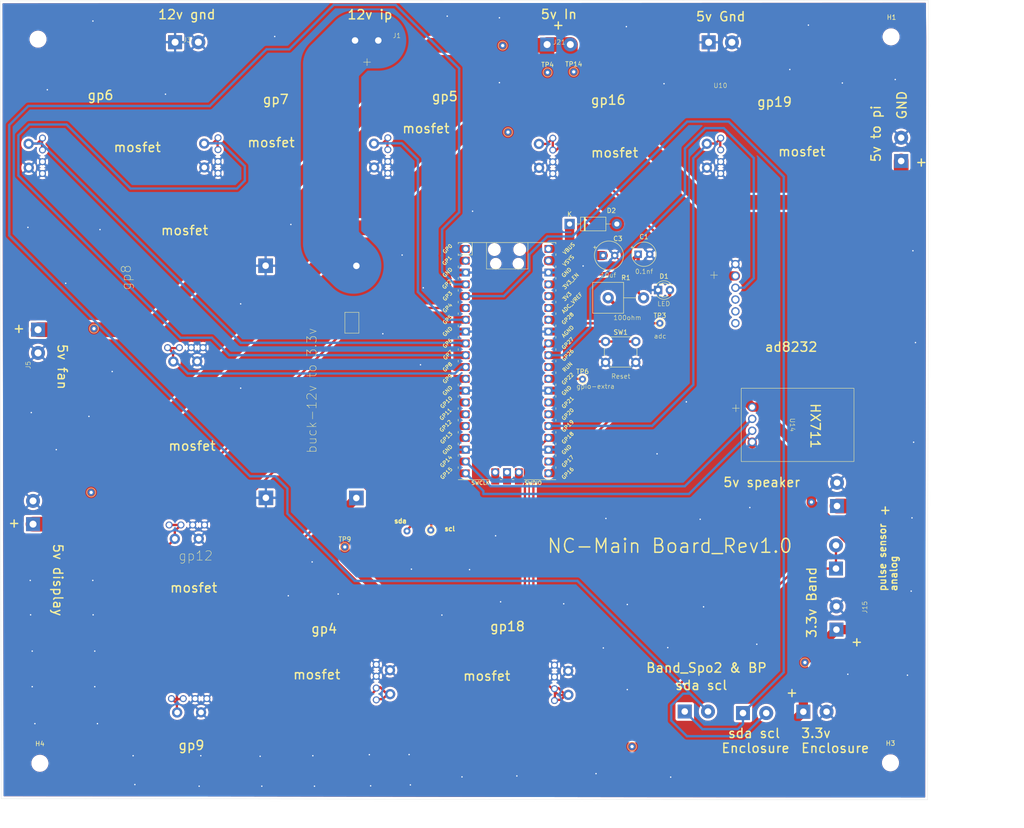
<source format=kicad_pcb>
(kicad_pcb (version 20221018) (generator pcbnew)
  (layers (0 "F.Cu" signal) (31 "B.Cu" signal) (34 "B.Paste" user) (35 "F.Paste" user) (36 "B.SilkS" user "B.Silkscreen") (37 "F.SilkS" user "F.Silkscreen") (38 "B.Mask" user) (39 "F.Mask" user) (44 "Edge.Cuts" user))
  (net 0 "")
  (net 1 "Net-(U3-3V3)")
  (net 2 "Net-(D1-A)")
  (net 3 "5v")
  (net 4 "12v")
  (net 5 "Net-(U3-RUN)")
  (net 8 "GND")
  (net 9 "sda")
  (net 10 "scl")
  (net 11 "Net-(U3-GPIO4)")
  (net 12 "Net-(U3-GPIO5)")
  (net 13 "Net-(U3-GPIO6)")
  (net 14 "Net-(U3-GPIO7)")
  (net 15 "Net-(U3-GPIO8)")
  (net 16 "Net-(U3-GPIO10)")
  (net 17 "Net-(U3-GPIO11)")
  (net 19 "Net-(U3-GPIO16)")
  (net 21 "Net-(U3-GPIO28_ADC2)")
  (net 22 "5v_mosfet")
  (net 25 "Net-(U10-output)")
  (net 26 "12v_mosfet")
  (net 33 "3v3")
  (net 34 "Net-(J17-Pin_1)")
  (net 35 "Net-(U12-signal)")
  (net 36 "Net-(U11-signal)")
  (net 37 "sck")
  (net 38 "dt")
  (net 39 "Net-(U3-GPIO22)")
  (net 40 "Net-(D2-K)")
  (footprint "Button_Switch_THT:SW_PUSH_6mm_H5mm" (layer "F.Cu") (at 157.825 86.8)
    (fp_text reference "SW1")
    (fp_text value "SW_Push")
  )
  (footprint "TestPoint:TestPoint_THTPad_D1.5mm_Drill0.7mm" (layer "F.Cu") (at 135.7 23.15)
    (fp_text reference "TP13" hide)
    (fp_text value "sda")
  )
  (footprint "screw_terminal:screw_terminal" (layer "F.Cu") (at 177.455 166.36)
    (fp_text reference "J15")
    (fp_text value "Screw_Terminal_01x02")
  )
  (footprint "TestPoint:TestPoint_THTPad_D1.5mm_Drill0.7mm" (layer "F.Cu") (at 150.975 28.8)
    (fp_text reference "TP14")
    (fp_text value "sda" hide)
  )
  (footprint "screw_terminal:screw_terminal" (layer "F.Cu") (at 182.6 22.45)
    (fp_text reference "J22" hide)
    (fp_text value "Screw_Terminal_01x02")
  )
  (footprint "TestPoint:TestPoint_THTPad_D1.5mm_Drill0.7mm" (layer "F.Cu") (at 136.85 41.775)
    (fp_text reference "TP7" hide)
    (fp_text value "sda")
  )
  (footprint "MountingHole:MountingHole_3.2mm_M3" (layer "F.Cu") (at 35.775 21.525)
    (fp_text reference "H2" hide)
    (fp_text value "MountingHole")
  )
  (footprint "" (layer "F.Cu") (at 115.13 127.55)
    (fp_text reference "")
    (fp_text value "")
  )
  (footprint "MCU_RaspberryPi_and_Boards:RPi_Pico_SMD_TH" (layer "F.Cu") (at 136.694 93.54)
    (fp_text reference "U3" hide)
    (fp_text value "Pico" hide)
  )
  (footprint "Diode_THT:D_DO-41_SOD81_P10.16mm_Horizontal" (layer "F.Cu") (at 150.091 61.523)
    (fp_text reference "D2")
    (fp_text value "1N5817")
  )
  (footprint "LED_THT:LED_D3.0mm_FlatTop" (layer "F.Cu") (at 169.125 75.725)
    (fp_text reference "D1")
    (fp_text value "LED")
  )
  (footprint "Resistor_THT:R_Axial_Power_L20.0mm_W6.4mm_P7.62mm_Vertical" (layer "F.Cu") (at 158.381 77.393)
    (fp_text reference "R1")
    (fp_text value "100")
  )
  (footprint "TestPoint:TestPoint_THTPad_D1.5mm_Drill0.7mm" (layer "F.Cu") (at 47.8 84.025)
    (fp_text reference "TP5" hide)
    (fp_text value "sda" hide)
  )
  (footprint "TestPoint:TestPoint_THTPad_D1.5mm_Drill0.7mm" (layer "F.Cu") (at 120.234 127.36)
    (fp_text reference "scl")
    (fp_text value "scl" hide)
  )
  (footprint "MountingHole:MountingHole_3.2mm_M3" (layer "F.Cu") (at 219.325 21.275)
    (fp_text reference "H1")
    (fp_text value "MountingHole" hide)
  )
  (footprint "TestPoint:TestPoint_THTPad_D1.5mm_Drill0.7mm" (layer "F.Cu") (at 163.525 173.9)
    (fp_text reference "TP11" hide)
    (fp_text value "sda" hide)
  )
  (footprint "ad8232:ad8232" (layer "F.Cu") (at 194.764 71.1)
    (fp_text reference "U10")
    (fp_text value "~")
  )
  (footprint "Capacitor_THT:CP_Radial_Tantal_D6.0mm_P2.50mm" (layer "F.Cu") (at 157.3 68.3)
    (fp_text reference "C3")
    (fp_text value "10uf")
  )
  (footprint "screw_terminal:screw_terminal" (layer "F.Cu") (at 207.375 133.025 90)
    (fp_text reference "J17" hide)
    (fp_text value "Screw_Terminal_01x02")
  )
  (footprint "buck_3.3:buck_3.3" (layer "F.Cu") (at 62.459 123.475 -90)
    (fp_text reference "U2" hide)
    (fp_text value "~")
  )
  (footprint "screw_terminal:screw_terminal" (layer "F.Cu") (at 35.775 86.85 -90)
    (fp_text reference "J20" hide)
    (fp_text value "Screw_Terminal_01x02")
  )
  (footprint "mosfet_switch:switch" (layer "F.Cu") (at 128.9 160.55 90)
    (fp_text reference "U13" hide)
    (fp_text value "~" hide)
  )
  (footprint "mosfet_switch:switch" (layer "F.Cu") (at 54.669 46.5055 -90)
    (fp_text reference "U7" hide)
    (fp_text value "~" hide)
  )
  (footprint "" (layer "F.Cu") (at 202.1 121.325)
    (fp_text reference "")
    (fp_text value "")
  )
  (footprint "mosfet_switch:switch" (layer "F.Cu") (at 128.944 46.4555 -90)
    (fp_text reference "U5" hide)
    (fp_text value "~" hide)
  )
  (footprint "screw_terminal:screw_terminal" (layer "F.Cu") (at 221.4 45.375 90)
    (fp_text reference "J2" hide)
    (fp_text value "Screw_Terminal_01x02")
  )
  (footprint "mosfet_switch:switch" (layer "F.Cu") (at 164.419 46.5305 -90)
    (fp_text reference "U6" hide)
    (fp_text value "~" hide)
  )
  (footprint "screw_terminal:screw_terminal" (layer "F.Cu") (at 189.975 166.7)
    (fp_text reference "J13" hide)
    (fp_text value "Screw_Terminal_01x02")
  )
  (footprint "mosfet_switch:switch" (layer "F.Cu") (at 92.425 46.45 -90)
    (fp_text reference "U8" hide)
    (fp_text value "~" hide)
  )
  (footprint "mosfet_switch:switch" (layer "F.Cu") (at 67.923 145.655)
    (fp_text reference "U12" hide)
    (fp_text value "~" hide)
  )
  (footprint "TestPoint:TestPoint_THTPad_D1.5mm_Drill0.7mm" (layer "F.Cu") (at 152.875 94.9)
    (fp_text reference "TP6")
    (fp_text value "gpio-extra")
  )
  (footprint "screw_terminal:screw_terminal" (layer "F.Cu") (at 147.85 22.925)
    (fp_text reference "J21")
    (fp_text value "Screw_Terminal_01x02")
  )
  (footprint "mosfet_switch:switch" (layer "F.Cu") (at 67.098 70.18)
    (fp_text reference "U9" hide)
    (fp_text value "~" hide)
  )
  (footprint "screw_terminal:screw_terminal" (layer "F.Cu") (at 207.475 146.155 90)
    (fp_text reference "J12" hide)
    (fp_text value "Screw_Terminal_01x02")
  )
  (footprint "TestPoint:TestPoint_THTPad_D1.5mm_Drill0.7mm" (layer "F.Cu") (at 169.501 82.873)
    (fp_text reference "TP3")
    (fp_text value "adc")
  )
  (footprint "screw_terminal:screw_terminal" (layer "F.Cu") (at 202.955 166.41)
    (fp_text reference "J16" hide)
    (fp_text value "Screw_Terminal_01x02")
  )
  (footprint "TestPoint:TestPoint_THTPad_D1.5mm_Drill0.7mm" (layer "F.Cu") (at 101.75 130.975)
    (fp_text reference "TP9")
    (fp_text value "sda" hide)
  )
  (footprint "screw_terminal:screw_terminal" (layer "F.Cu") (at 207.6 119.575 90)
    (fp_text reference "J6" hide)
    (fp_text value "Screw_Terminal_01x02")
  )
  (footprint "TestPoint:TestPoint_THTPad_D1.5mm_Drill0.7mm" (layer "F.Cu") (at 200.7 155.825)
    (fp_text reference "TP10" hide)
    (fp_text value "sda" hide)
  )
  (footprint "screw_terminal:screw_terminal" (layer "F.Cu") (at 106.55 22.05)
    (fp_text reference "J1")
    (fp_text value "Screw_Terminal_01x02")
  )
  (footprint "hx711_board:hx711" (layer "F.Cu") (at 198.5 104.725 -90)
    (fp_text reference "U14")
    (fp_text value "~")
  )
  (footprint "mosfet_switch:switch" (layer "F.Cu") (at 67.423 108.305)
    (fp_text reference "U11" hide)
    (fp_text value "~" hide)
  )
  (footprint "TestPoint:TestPoint_THTPad_D1.5mm_Drill0.7mm" (layer "F.Cu") (at 47.2 119.25)
    (fp_text reference "TP8" hide)
    (fp_text value "sda" hide)
  )
  (footprint "screw_terminal:screw_terminal" (layer "F.Cu") (at 34.7 123.473 90)
    (fp_text reference "J5")
    (fp_text value "Screw_Terminal_01x02")
  )
  (footprint "mosfet_switch:switch" (layer "F.Cu") (at 90.575 160.4 90)
    (fp_text reference "U4" hide)
    (fp_text value "~" hide)
  )
  (footprint "MountingHole:MountingHole_3.2mm_M3" (layer "F.Cu") (at 36.175 177.5)
    (fp_text reference "H4")
    (fp_text value "MountingHole")
  )
  (footprint "TestPoint:TestPoint_THTPad_D1.5mm_Drill0.7mm" (layer "F.Cu") (at 145.35 28.925)
    (fp_text reference "TP4")
    (fp_text value "sda")
  )
  (footprint "Capacitor_THT:CP_Radial_Tantal_D5.0mm_P2.50mm" (layer "F.Cu") (at 164.825888 68.023)
    (fp_text reference "C1")
    (fp_text value "0.1nf")
  )
  (footprint "mosfet_switch:switch" (layer "F.Cu") (at 200.525 46.5 -90)
    (fp_text reference "U1" hide)
    (fp_text value "~" hide)
  )
  (footprint "screw_terminal:screw_terminal" (layer "F.Cu") (at 67.85 22.425)
    (fp_text reference "J3")
    (fp_text value "Screw_Terminal_01x02")
  )
  (footprint "MountingHole:MountingHole_3.2mm_M3" (layer "F.Cu") (at 219.1 177.4)
    (fp_text reference "H3")
    (fp_text value "MountingHole")
  )
  (gr_line (start 27.62 13.56) (end 27.8575 185.0825) (stroke (width 0.05)) (layer "Edge.Cuts"))
  (gr_line (start 27.8575 185.0825) (end 227.06 185.37) (stroke (width 0.05)) (layer "Edge.Cuts"))
  (gr_line (start 227.280064 21.567236) (end 227.21 13.45) (stroke (width 0.05)) (layer "Edge.Cuts"))
  (gr_line (start 227.06 185.37) (end 227.280064 21.567236) (stroke (width 0.05)) (layer "Edge.Cuts"))
  (gr_line (start 227.21 13.45) (end 27.62 13.56) (stroke (width 0.05)) (layer "Edge.Cuts"))
  (gr_text "pulse sensor\nanalog" (at 220.675 140.65 90) (layer "F.SilkS") (effects (font (size 1.5 1.5) (thickness 0.3)) (justify left bottom)))
  (gr_text "adc" (at 168.175 86.225) (layer "F.SilkS") (effects (font (size 1 1) (thickness 0.1)) (justify left bottom)))
  (gr_text "3.3v\nEnclosure" (at 199.725 175.425) (layer "F.SilkS") (effects (font (size 2 2) (thickness 0.3)) (justify left bottom)))
  (gr_text "12v ip " (at 102.15 17.675) (layer "F.SilkS") (effects (font (size 2 2) (thickness 0.3)) (justify left bottom)))
  (gr_text "mosfet" (at 154.525 47.375) (layer "F.SilkS") (effects (font (size 2 2) (thickness 0.3)) (justify left bottom)))
  (gr_text "5v Gnd" (at 177.1 18.1) (layer "F.SilkS") (effects (font (size 2 2) (thickness 0.3)) (justify left bottom)))
  (gr_text "sda scl " (at 172.65 161.9) (layer "F.SilkS") (effects (font (size 2 2) (thickness 0.3)) (justify left bottom)))
  (gr_text "gp19" (at 190.25 36.45) (layer "F.SilkS") (effects (font (size 2 2) (thickness 0.3)) (justify left bottom)))
  (gr_text " sda scl" (at 182.475 172.225) (layer "F.SilkS") (effects (font (size 2 2) (thickness 0.3)) (justify left bottom)))
  (gr_text "mosfet" (at 127.025 159.9) (layer "F.SilkS") (effects (font (size 2 2) (thickness 0.3)) (justify left bottom)))
  (gr_text "gp18" (at 132.825 149.25) (layer "F.SilkS") (effects (font (size 2 2) (thickness 0.3)) (justify left bottom)))
  (gr_text "GND" (at 222.725 39.2 90) (layer "F.SilkS") (effects (font (size 2 2) (thickness 0.3)) (justify left bottom)))
  (gr_text "Reset " (at 158.994 94.857) (layer "F.SilkS") (effects (font (size 1 1) (thickness 0.1)) (justify left bottom)))
  (gr_text "gp4" (at 94.35 149.75) (layer "F.SilkS") (effects (font (size 2 2) (thickness 0.3)) (justify left bottom)))
  (gr_text "+" (at 196.475 163.425) (layer "F.SilkS") (effects (font (size 2 2) (thickness 0.3)) (justify left bottom)))
  (gr_text "HX711" (at 201.75 99.9 270) (layer "F.SilkS") (effects (font (size 2 2) (thickness 0.3)) (justify left bottom)))
  (gr_text "mosfet" (at 80.65 45.175) (layer "F.SilkS") (effects (font (size 2 2) (thickness 0.3)) (justify left bottom)))
  (gr_text "5v In" (at 143.725 17.6) (layer "F.SilkS") (effects (font (size 2 2) (thickness 0.3)) (justify left bottom)))
  (gr_text "5v speaker" (at 182.975 118.25) (layer "F.SilkS") (effects (font (size 2 2) (thickness 0.3)) (justify left bottom)))
  (gr_text "+" (at 184.55 102.15) (layer "F.SilkS") (effects (font (size 2 2) (thickness 0.1)) (justify left bottom)))
  (gr_text "3.3v Band" (at 203.325 150.725 90) (layer "F.SilkS") (effects (font (size 2 2) (thickness 0.3)) (justify left bottom)))
  (gr_text "gp12" (at 65.9 134.05) (layer "F.SilkS") (effects (font (size 2 2) (thickness 0.1)) (justify left bottom)))
  (gr_text "5v display\n" (at 38.875 130.125 270) (layer "F.SilkS") (effects (font (size 2 2) (thickness 0.3)) (justify left bottom)))
  (gr_text "12v gnd" (at 61.425 17.65) (layer "F.SilkS") (effects (font (size 2 2) (thickness 0.3)) (justify left bottom)))
  (gr_text "mosfet" (at 63.65 110.425) (layer "F.SilkS") (effects (font (size 2 2) (thickness 0.3)) (justify left bottom)))
  (gr_text "0.1nf" (at 164.12 72.32) (layer "F.SilkS") (effects (font (size 1 1) (thickness 0.1)) (justify left bottom)))
  (gr_text "buck-12v to 3.3v" (at 95.825 110.95 90) (layer "F.SilkS") (effects (font (size 2 2) (thickness 0.1)) (justify left bottom)))
  (gr_text "gp5" (at 120.3 35.275) (layer "F.SilkS") (effects (font (size 2 2) (thickness 0.3)) (justify left bottom)))
  (gr_text "LED" (at 168.92 79.26) (layer "F.SilkS") (effects (font (size 1 1) (thickness 0.1)) (justify left bottom)))
  (gr_text "gpio-extra" (at 151.5 97.025) (layer "F.SilkS") (effects (font (size 1 1) (thickness 0.1)) (justify left bottom)))
  (gr_text "ad8232" (at 191.925 89.15) (layer "F.SilkS") (effects (font (size 2 2) (thickness 0.3)) (justify left bottom)))
  (gr_text "NC-Main Board_Rev1.0" (at 145.1 132.5) (layer "F.SilkS") (effects (font (size 3 3) (thickness 0.3)) (justify left bottom)))
  (gr_text "+" (at 179.85 73.525) (layer "F.SilkS") (effects (font (size 2 2) (thickness 0.1)) (justify left bottom)))
  (gr_text "+" (at 216.55 124.15) (layer "F.SilkS") (effects (font (size 2 2) (thickness 0.3)) (justify left bottom)))
  (gr_text "+" (at 29.2 126.95) (layer "F.SilkS") (effects (font (size 2 2) (thickness 0.3)) (justify left bottom)))
  (gr_text "5v fan" (at 39.825 87.175 270) (layer "F.SilkS") (effects (font (size 2 2) (thickness 0.3)) (justify left bottom)))
  (gr_text "+" (at 224.3 49.325) (layer "F.SilkS") (effects (font (size 2 2) (thickness 0.3)) (justify left bottom)))
  (gr_text "gp8" (at 55.9 75.85 90) (layer "F.SilkS") (effects (font (size 2 2) (thickness 0.1)) (justify left bottom)))
  (gr_text "+" (at 105.225 27.725) (layer "F.SilkS") (effects (font (size 2 2) (thickness 0.1)) (justify left bottom)))
  (gr_text "gp9" (at 65.8 174.8) (layer "F.SilkS") (effects (font (size 2 2) (thickness 0.3)) (justify left bottom)))
  (gr_text "sda" (at 112.25 125.975) (layer "F.SilkS") (effects (font (size 1 1) (thickness 0.25) bold) (justify left bottom)))
  (gr_text "mosfet" (at 113.95 42.15) (layer "F.SilkS") (effects (font (size 2 2) (thickness 0.3)) (justify left bottom)))
  (gr_text "10uf" (at 156.65 73.12) (layer "F.SilkS") (effects (font (size 1 1) (thickness 0.1)) (justify left bottom)))
  (gr_text "+" (at 146.225 19.85) (layer "F.SilkS") (effects (font (size 2 2) (thickness 0.3)) (justify left bottom)))
  (gr_text "+" (at 210.425 152.5) (layer "F.SilkS") (effects (font (size 2 2) (thickness 0.3)) (justify left bottom)))
  (gr_text "gp16" (at 154.5 36.025) (layer "F.SilkS") (effects (font (size 2 2) (thickness 0.3)) (justify left bottom)))
  (gr_text "100ohm" (at 159.44 82.26) (layer "F.SilkS") (effects (font (size 1 1) (thickness 0.1)) (justify left bottom)))
  (gr_text "Band_Spo2 & BP" (at 166.375 158.15) (layer "F.SilkS") (effects (font (size 2 2) (thickness 0.3)) (justify left bottom)))
  (gr_text "gp6" (at 46.25 35) (layer "F.SilkS") (effects (font (size 2 2) (thickness 0.3)) (justify left bottom)))
  (gr_text "mosfet" (at 62.05 64.075) (layer "F.SilkS") (effects (font (size 2 2) (thickness 0.3)) (justify left bottom)))
  (gr_text "mosfet" (at 51.875 46.2) (layer "F.SilkS") (effects (font (size 2 2) (thickness 0.3)) (justify left bottom)))
  (gr_text "mosfet" (at 194.775 47.125) (layer "F.SilkS") (effects (font (size 2 2) (thickness 0.3)) (justify left bottom)))
  (gr_text "mosfet" (at 90.475 159.6) (layer "F.SilkS") (effects (font (size 2 2) (thickness 0.3)) (justify left bottom)))
  (gr_text "Enclosure" (at 182.6 175.425) (layer "F.SilkS") (effects (font (size 2 2) (thickness 0.3)) (justify left bottom)))
  (gr_text "gp7" (at 83.95 35.9) (layer "F.SilkS") (effects (font (size 2 2) (thickness 0.3)) (justify left bottom)))
  (gr_text "5v to pi" (at 217.15 48.4 90) (layer "F.SilkS") (effects (font (size 2 2) (thickness 0.3)) (justify left bottom)))
  (gr_text "mosfet" (at 64 140.925) (layer "F.SilkS") (effects (font (size 2 2) (thickness 0.3)) (justify left bottom)))
  (gr_text "+" (at 30.225 85.1) (layer "F.SilkS") (effects (font (size 2 2) (thickness 0.3)) (justify left bottom)))
  (segment (start 147.39 77.04) (end 145.53 77.04) (width 0.5) (layer "F.Cu") (net 1))
  (segment (start 160.623888 72.225) (end 152.205 72.225) (width 0.75) (layer "F.Cu") (net 1))
  (segment (start 164.825888 68.023) (end 160.623888 72.225) (width 0.75) (layer "F.Cu") (net 1))
  (segment (start 164.825888 76.217888) (end 166.001 77.393) (width 0.5) (layer "F.Cu") (net 1))
  (segment (start 164.825888 76.028112) (end 164.825888 68.023) (width 0.75) (layer "F.Cu") (net 1))
  (segment (start 152.205 72.225) (end 147.39 77.04) (width 0.75) (layer "F.Cu") (net 1))
  (segment (start 164.825888 76.028112) (end 164.825888 76.217888) (width 0.5) (layer "F.Cu") (net 1))
  (segment (start 158.381 77.393) (end 161.158 80.17) (width 0.75) (layer "F.Cu") (net 2))
  (segment (start 168.974 80.17) (end 171.601 77.543) (width 0.75) (layer "F.Cu") (net 2))
  (segment (start 171.601 77.543) (end 171.601 75.753) (width 0.75) (layer "F.Cu") (net 2))
  (segment (start 161.158 80.17) (end 168.974 80.17) (width 0.75) (layer "F.Cu") (net 2))
  (segment (start 215.6625 56.8125) (end 215.6625 56.3875) (width 3.17) (layer "F.Cu") (net 3))
  (segment (start 40.402 126.073) (end 34.7 126.073) (width 3.17) (layer "F.Cu") (net 3))
  (segment (start 156.948 61.523) (end 160.251 61.523) (width 3.17) (layer "F.Cu") (net 3))
  (segment (start 106.962 62.338) (end 104.137 62.338) (width 3.17) (layer "F.Cu") (net 3))
  (segment (start 150.25 28.121) (end 150.25 22.925) (width 3.17) (layer "F.Cu") (net 3))
  (segment (start 127.9405 41.3595) (end 106.962 62.338) (width 3.17) (layer "F.Cu") (net 3))
  (segment (start 221.4 50.65) (end 221.4 47.975) (width 3.17) (layer "F.Cu") (net 3))
  (segment (start 136.75 50.875) (end 141.325 55.45) (width 3.17) (layer "F.Cu") (net 3))
  (segment (start 219.05 60.2) (end 215.6625 56.8125) (width 3.17) (layer "F.Cu") (net 3))
  (segment (start 120.45 23.1) (end 59.3 84.25) (width 3.17) (layer "F.Cu") (net 3))
  (segment (start 145.229 34.496) (end 145.229 33.0305) (width 3.17) (layer "F.Cu") (net 3))
  (segment (start 215.6625 56.3875) (end 221.4 50.65) (width 3.17) (layer "F.Cu") (net 3))
  (segment (start 214.7 122.175) (end 219.05 117.825) (width 3.17) (layer "F.Cu") (net 3))
  (segment (start 141.325 55.45) (end 150.875 55.45) (width 3.17) (layer "F.Cu") (net 3))
  (segment (start 104.137 62.338) (end 40.402 126.073) (width 3.17) (layer "F.Cu") (net 3))
  (segment (start 214.75 56.875) (end 179.004 56.875) (width 3.17) (layer "F.Cu") (net 3))
  (segment (start 207.6 122.175) (end 214.7 122.175) (width 3.17) (layer "F.Cu") (net 3))
  (segment (start 219.05 117.825) (end 219.05 60.2) (width 3.17) (layer "F.Cu") (net 3))
  (segment (start 136.75 41.5095) (end 136.6 41.3595) (width 3.17) (layer "F.Cu") (net 3))
  (segment (start 145.25 22.925) (end 150.25 22.925) (width 3.17) (layer "F.Cu") (net 3))
  (segment (start 136.75 41.5095) (end 136.75 50.875) (width 3.17) (layer "F.Cu") (net 3))
  (segment (start 138.2155 41.5095) (end 145.229 34.496) (width 3.17) (layer "F.Cu") (net 3))
  (segment (start 59.3 84.25) (end 35.775 84.25) (width 3.17) (layer "F.Cu") (net 3))
  (segment (start 145.229 33.0305) (end 145.229 23.1) (width 3.17) (layer "F.Cu") (net 3))
  (segment (start 150.875 55.45) (end 156.948 61.523) (width 3.17) (layer "F.Cu") (net 3))
  (segment (start 145.229 23.1) (end 120.45 23.1) (width 3.17) (layer "F.Cu") (net 3))
  (segment (start 179.004 56.875) (end 150.25 28.121) (width 3.17) (layer "F.Cu") (net 3))
  (segment (start 136.75 41.5095) (end 138.2155 41.5095) (width 3.17) (layer "F.Cu") (net 3))
  (segment (start 136.6 41.3595) (end 127.9405 41.3595) (width 3.17) (layer "F.Cu") (net 3))
  (segment (start 103.95 22.05) (end 98.775 27.225) (width 12) (layer "B.Cu") (net 4))
  (segment (start 98.775 65.684) (end 103.607 70.516) (width 12) (layer "B.Cu") (net 4))
  (segment (start 103.95 22.05) (end 108.95 22.05) (width 12) (layer "B.Cu") (net 4))
  (segment (start 98.775 27.225) (end 98.775 65.684) (width 12) (layer "B.Cu") (net 4))
  (segment (start 155.361 86.853) (end 149.734 92.48) (width 0.5) (layer "F.Cu") (net 5))
  (segment (start 157.825 86.8) (end 155.525 86.8) (width 0.5) (layer "F.Cu") (net 5))
  (segment (start 149.534 92.28) (end 145.53 92.28) (width 0.5) (layer "F.Cu") (net 5))
  (segment (start 149.734 92.48) (end 149.534 92.28) (width 0.5) (layer "F.Cu") (net 5))
  (segment (start 157.825 86.8) (end 164.325 86.8) (width 0.5) (layer "F.Cu") (net 5))
  (segment (start 189.36 108.425) (end 189.36 108.791623) (width 2) (layer "F.Cu") (net 8))
  (via (at 56.6 182.075) (size 0.7) (drill 0.3) (layers "F.Cu" "B.Cu") (net 8))
  (via (at 175.2 99.775) (size 0.7) (drill 0.3) (layers "F.Cu" "B.Cu") (net 8))
  (via (at 34.175 145.575) (size 0.7) (drill 0.3) (layers "F.Cu" "B.Cu") (net 8))
  (via (at 48.55 168.975) (size 0.7) (drill 0.3) (layers "F.Cu" "B.Cu") (net 8))
  (via (at 209.925 158.35) (size 0.7) (drill 0.3) (layers "F.Cu" "B.Cu") (net 8))
  (via (at 168.9 110.95) (size 0.7) (drill 0.3) (layers "F.Cu" "B.Cu") (net 8))
  (via (at 86.675 21.2) (size 0.7) (drill 0.3) (layers "F.Cu" "B.Cu") (net 8))
  (via (at 197.45 28.3) (size 0.7) (drill 0.3) (layers "F.Cu" "B.Cu") (net 8))
  (via (at 63.182373 33.609439) (size 0.7) (drill 0.3) (layers "F.Cu" "B.Cu") (net 8))
  (via (at 178.175 125.025) (size 0.7) (drill 0.3) (layers "F.Cu" "B.Cu") (net 8))
  (via (at 34.525 153.375) (size 0.7) (drill 0.3) (layers "F.Cu" "B.Cu") (net 8))
  (via (at 100.325 141.1) (size 0.7) (drill 0.3) (layers "F.Cu" "B.Cu") (net 8))
  (via (at 153 70.55) (size 0.7) (drill 0.3) (layers "F.Cu" "B.Cu") (net 8))
  (via (at 47.975 161.025) (size 0.7) (drill 0.3) (layers "F.Cu" "B.Cu") (net 8))
  (via (at 138.75 180.225) (size 0.7) (drill 0.3) (layers "F.Cu" "B.Cu") (net 8))
  (via (at 157.9 124.85) (size 0.7) (drill 0.3) (layers "F.Cu" "B.Cu") (net 8))
  (via (at 115.575 175.625) (size 0.7) (drill 0.3) (layers "F.Cu" "B.Cu") (net 8))
  (via (at 171.2 152.625) (size 0.7) (drill 0.3) (layers "F.Cu" "B.Cu") (net 8))
  (via (at 222.75 158.55) (size 0.7) (drill 0.3) (layers "F.Cu" "B.Cu") (net 8))
  (via (at 35.1 168.975) (size 0.7) (drill 0.3) (layers "F.Cu" "B.Cu") (net 8))
  (via (at 115.85 182.15) (size 0.7) (drill 0.3) (layers "F.Cu" "B.Cu") (net 8))
  (via (at 126.95 180.425) (size 0.7) (drill 0.3) (layers "F.Cu" "B.Cu") (net 8))
  (via (at 123.775 16.825) (size 0.7) (drill 0.3) (layers "F.Cu" "B.Cu") (net 8))
  (via (at 90.15 61.625) (size 0.7) (drill 0.3) (layers "F.Cu" "B.Cu") (net 8))
  (via (at 47.625 145.575) (size 0.7) (drill 0.3) (layers "F.Cu" "B.Cu") (net 8))
  (via (at 223.725 124.725) (size 0.7) (drill 0.3) (layers "F.Cu" "B.Cu") (net 8))
  (via (at 157.35 152.7) (size 0.7) (drill 0.3) (layers "F.Cu" "B.Cu") (net 8))
  (via (at 70.425 182.425) (size 0.7) (drill 0.3) (layers "F.Cu" "B.Cu") (net 8))
  (via (at 122.625 145.625) (size 0.7) (drill 0.3) (layers "F.Cu" "B.Cu") (net 8))
  (via (at 162.5 161.65) (size 0.7) (drill 0.3) (layers "F.Cu" "B.Cu") (net 8))
  (via (at 70.775 175.875) (size 0.7) (drill 0.3) (layers "F.Cu" "B.Cu") (net 8))
  (via (at 129.225 58.775) (size 0.7) (drill 0.3) (layers "F.Cu" "B.Cu") (net 8))
  (via (at 220.125 30.45) (size 0.7) (drill 0.3) (layers "F.Cu" "B.Cu") (net 8))
  (via (at 109.925 85.125) (size 0.7) (drill 0.3) (layers "F.Cu" "B.Cu") (net 8))
  (via (at 94.725 134.2) (size 0.7) (drill 0.3) (layers "F.Cu" "B.Cu") (net 8))
  (via (at 135 17.175) (size 0.7) (drill 0.3) (layers "F.Cu" "B.Cu") (net 8))
  (via (at 46.722453 102.899651) (size 0.7) (drill 0.3) (layers "F.Cu" "B.Cu") (net 8))
  (via (at 95.225 182.425) (size 0.7) (drill 0.3) (layers "F.Cu" "B.Cu") (net 8))
  (via (at 37.775 32.65) (size 0.7) (drill 0.3) (layers "F.Cu" "B.Cu") (net 8))
  (via (at 135 31.125) (size 0.7) (drill 0.3) (layers "F.Cu" "B.Cu") (net 8))
  (via (at 155.775 179.725) (size 0.7) (drill 0.3) (layers "F.Cu" "B.Cu") (net 8))
  (via (at 128.575 135.85) (size 0.7) (drill 0.3) (layers "F.Cu" "B.Cu") (net 8))
  (via (at 79.35 78.7) (size 0.7) (drill 0.3) (layers "F.Cu" "B.Cu") (net 8))
  (via (at 201.45 18.75) (size 0.7) (drill 0.3) (layers "F.Cu" "B.Cu") (net 8))
  (via (at 148.825 143.2) (size 0.7) (drill 0.3) (layers "F.Cu" "B.Cu") (net 8))
  (via (at 34.1 138.175) (size 0.7) (drill 0.3) (layers "F.Cu" "B.Cu") (net 8))
  (via (at 188.85 122.5) (size 0.7) (drill 0.3) (layers "F.Cu" "B.Cu") (net 8))
  (via (at 116.075 135.75) (size 0.7) (drill 0.3) (layers "F.Cu" "B.Cu") (net 8))
  (via (at 107.3 182.35) (size 0.7) (drill 0.3) (layers "F.Cu" "B.Cu") (net 8))
  (via (at 79.35 96.825) (size 0.7) (drill 0.3) (layers "F.Cu" "B.Cu") (net 8))
  (via (at 134.175 128.575) (size 0.7) (drill 0.3) (layers "F.Cu" "B.Cu") (net 8))
  (via (at 83.539979 175.995636) (size 0.7) (drill 0.3) (layers "F.Cu" "B.Cu") (net 8))
  (via (at 190.35 151.9) (size 0.7) (drill 0.3) (layers "F.Cu" "B.Cu") (net 8))
  (via (at 135.25 142.775) (size 0.7) (drill 0.3) (layers "F.Cu" "B.Cu") (net 8))
  (via (at 47.975 153.375) (size 0.7) (drill 0.3) (layers "F.Cu" "B.Cu") (net 8))
  (via (at 34.325 102.075) (size 0.7) (drill 0.3) (layers "F.Cu" "B.Cu") (net 8))
  (via (at 170.4 31.35) (size 0.7) (drill 0.3) (layers "F.Cu" "B.Cu") (net 8))
  (via (at 89.6 141.475) (size 0.7) (drill 0.3) (layers "F.Cu" "B.Cu") (net 8))
  (via (at 118.625 75.25) (size 0.7) (drill 0.3) (layers "F.Cu" "B.Cu") (net 8))
  (via (at 83.9 182.425) (size 0.7) (drill 0.3) (layers "F.Cu" "B.Cu") (net 8))
  (via (at 47.55 138.175) (size 0.7) (drill 0.3) (layers "F.Cu" "B.Cu") (net 8))
  (via (at 162.5 143.35) (size 0.7) (drill 0.3) (layers "F.Cu" "B.Cu") (net 8))
  (via (at 34.525 161.025) (size 0.7) (drill 0.3) (layers "F.Cu" "B.Cu") (net 8))
  (via (at 107.025 175.65) (size 0.7) (drill 0.3) (layers "F.Cu" "B.Cu") (net 8))
  (via (at 208.75 31.2) (size 0.7) (drill 0.3) (layers "F.Cu" "B.Cu") (net 8))
  (via (at 41.725 74.275) (size 0.7) (drill 0.3) (layers "F.Cu" "B.Cu") (net 8))
  (via (at 49.1 62.725) (size 0.7) (drill 0.3) (layers "F.Cu" "B.Cu") (net 8))
  (via (at 56.225 175.875) (size 0.7) (drill 0.3) (layers "F.Cu" "B.Cu") (net 8))
  (via (at 33.6 62.25) (size 0.7) (drill 0.3) (layers "F.Cu" "B.Cu") (net 8))
  (via (at 223.925 67.275) (size 0.7) (drill 0.3) (layers "F.Cu" "B.Cu") (net 8))
  (via (at 178.9 143.85) (size 0.7) (drill 0.3) (layers "F.Cu" "B.Cu") (net 8))
  (via (at 223.55 140.475) (size 0.7) (drill 0.3) (layers "F.Cu" "B.Cu") (net 8))
  (via (at 51.725 93.25) (size 0.7) (drill 0.3) (layers "F.Cu" "B.Cu") (net 8))
  (via (at 114.075 68.2) (size 0.7) (drill 0.3) (layers "F.Cu" "B.Cu") (net 8))
  (via (at 224.075 108.45) (size 0.7) (drill 0.3) (layers "F.Cu" "B.Cu") (net 8))
  (via (at 47.575 17.875) (size 0.7) (drill 0.3) (layers "F.Cu" "B.Cu") (net 8))
  (via (at 118.025 91.8) (size 0.7) (drill 0.3) (layers "F.Cu" "B.Cu") (net 8))
  (via (at 94.875 175.875) (size 0.7) (drill 0.3) (layers "F.Cu" "B.Cu") (net 8))
  (via (at 171.825 180.475) (size 0.7) (drill 0.3) (layers "F.Cu" "B.Cu") (net 8))
  (via (at 162.3 19.075) (size 0.7) (drill 0.3) (layers "F.Cu" "B.Cu") (net 8))
  (via (at 39.7 110.05) (size 0.7) (drill 0.3) (layers "F.Cu" "B.Cu") (net 8))
  (via (at 224.475 87.025) (size 0.7) (drill 0.3) (layers "F.Cu" "B.Cu") (net 8))
  (segment (start 99.35 14.4) (end 112.675 14.4) (width 0.5) (layer "B.Cu") (net 9))
  (segment (start 81.375 115.775) (end 29.575 63.975) (width 0.5) (layer "B.Cu") (net 9))
  (segment (start 176.02 162.525) (end 179.855 166.36) (width 0.5) (layer "B.Cu") (net 9))
  (segment (start 126.325 59.025) (end 122.675 62.675) (width 0.5) (layer "B.Cu") (net 9))
  (segment (start 171.95 168.3) (end 171.95 165.075) (width 0.5) (layer "B.Cu") (net 9))
  (segment (start 112.675 14.4) (end 126.325 28.05) (width 0.5) (layer "B.Cu") (net 9))
  (segment (start 122.675 71.8) (end 125.375 74.5) (width 0.5) (layer "B.Cu") (net 9))
  (segment (start 175.325 171.675) (end 171.95 168.3) (width 0.5) (layer "B.Cu") (net 9))
  (segment (start 122.675 68.3) (end 122.625 68.35) (width 0.5) (layer "B.Cu") (net 9))
  (segment (start 187.4 171.675) (end 175.325 171.675) (width 0.5) (layer "B.Cu") (net 9))
  (segment (start 72.7 36.15) (end 84.9 23.95) (width 0.5) (layer "B.Cu") (net 9))
  (segment (start 89.8 23.95) (end 99.35 14.4) (width 0.5) (layer "B.Cu") (net 9))
  (segment (start 89.4 123.8) (end 89.4 118.425) (width 0.5) (layer "B.Cu") (net 9))
  (segment (start 192.375 166.7) (end 187.4 171.675) (width 0.5) (layer "B.Cu") (net 9))
  (segment (start 179.855 166.36) (end 151.775 138.28) (width 0.5) (layer "B.Cu") (net 9))
  (segment (start 151.775 138.28) (end 103.88 138.28) (width 0.5) (layer "B.Cu") (net 9))
  (segment (start 103.88 138.28) (end 89.4 123.8) (width 0.5) (layer "B.Cu") (net 9))
  (segment (start 122.625 68.35) (end 122.675 68.4) (width 0.5) (layer "B.Cu") (net 9))
  (segment (start 29.575 63.975) (end 29.575 40.25) (width 0.5) (layer "B.Cu") (net 9))
  (segment (start 29.575 40.25) (end 33.675 36.15) (width 0.5) (layer "B.Cu") (net 9))
  (segment (start 89.4 118.425) (end 86.75 115.775) (width 0.5) (layer "B.Cu") (net 9))
  (segment (start 33.675 36.15) (end 72.7 36.15) (width 0.5) (layer "B.Cu") (net 9))
  (segment (start 125.375 74.5) (end 127.75 74.5) (width 0.5) (layer "B.Cu") (net 9))
  (segment (start 122.675 62.675) (end 122.675 68.3) (width 0.5) (layer "B.Cu") (net 9))
  (segment (start 174.5 162.525) (end 176.02 162.525) (width 0.5) (layer "B.Cu") (net 9))
  (segment (start 86.75 115.775) (end 81.375 115.775) (width 0.5) (layer "B.Cu") (net 9))
  (segment (start 122.675 68.4) (end 122.675 71.8) (width 0.5) (layer "B.Cu") (net 9))
  (segment (start 126.325 28.05) (end 126.325 59.025) (width 0.5) (layer "B.Cu") (net 9))
  (segment (start 171.95 165.075) (end 174.5 162.525) (width 0.5) (layer "B.Cu") (net 9))
  (segment (start 84.9 23.95) (end 89.8 23.95) (width 0.5) (layer "B.Cu") (net 9))
  (segment (start 141.425 71.55) (end 141.425 68.085862) (width 0.5) (layer "B.Cu") (net 10))
  (segment (start 187.375 169.05) (end 187.375 166.7) (width 0.5) (layer "B.Cu") (net 10))
  (segment (start 196.15 51.35) (end 196.15 157.925) (width 0.5) (layer "B.Cu") (net 10))
  (segment (start 141.425 68.085862) (end 145.310862 64.2) (width 0.5) (layer "B.Cu") (net 10))
  (segment (start 127.75 77.04) (end 135.935 77.04) (width 0.5) (layer "B.Cu") (net 10))
  (segment (start 196.15 157.925) (end 187.375 166.7) (width 0.5) (layer "B.Cu") (net 10))
  (segment (start 178.645 170.15) (end 186.275 170.15) (width 0.5) (layer "B.Cu") (net 10))
  (segment (start 150.675 64.2) (end 175.375 39.5) (width 0.5) (layer "B.Cu") (net 10))
  (segment (start 135.935 77.04) (end 141.425 71.55) (width 0.5) (layer "B.Cu") (net 10))
  (segment (start 184.3 39.5) (end 196.15 51.35) (width 0.5) (layer "B.Cu") (net 10))
  (segment (start 174.855 166.36) (end 178.645 170.15) (width 0.5) (layer "B.Cu") (net 10))
  (segment (start 175.375 39.5) (end 184.3 39.5) (width 0.5) (layer "B.Cu") (net 10))
  (segment (start 145.310862 64.2) (end 150.675 64.2) (width 0.5) (layer "B.Cu") (net 10))
  (segment (start 186.275 170.15) (end 187.375 169.05) (width 0.5) (layer "B.Cu") (net 10))
  (segment (start 99.15 171) (end 61.1 171) (width 0.5) (layer "F.Cu") (net 11))
  (segment (start 109.879 163.702) (end 110.895 162.686) (width 0.5) (layer "F.Cu") (net 11))
  (segment (start 108.609 161.162) (end 109.371 161.162) (width 0.5) (layer "F.Cu") (net 11))
  (segment (start 60.733057 125.841943) (end 60.733057 125.391943) (width 0.5) (layer "F.Cu") (net 11))
  (segment (start 58.05 167.95) (end 58.05 128.525) (width 0.5) (layer "F.Cu") (net 11))
  (segment (start 108.609 161.541) (end 99.15 171) (width 0.5) (layer "F.Cu") (net 11))
  (segment (start 61.1 171) (end 58.05 167.95) (width 0.5) (layer "F.Cu") (net 11))
  (segment (start 109.371 161.162) (end 110.895 162.686) (width 0.5) (layer "F.Cu") (net 11))
  (segment (start 108.609 161.162) (end 108.609 161.541) (width 0.5) (layer "F.Cu") (net 11))
  (segment (start 60.733057 125.391943) (end 106.545 79.58) (width 0.5) (layer "F.Cu") (net 11))
  (segment (start 58.05 128.525) (end 60.733057 125.841943) (width 0.5) (layer "F.Cu") (net 11))
  (segment (start 108.609 163.702) (end 109.879 163.702) (width 0.5) (layer "F.Cu") (net 11))
  (segment (start 106.545 79.58) (end 127.75 79.58) (width 0.5) (layer "F.Cu") (net 11))
  (segment (start 108.624 44.1695) (end 109.894 44.1695) (width 0.5) (layer "F.Cu") (net 12))
  (segment (start 110.91 45.6935) (end 110.91 43.1535) (width 0.5) (layer "F.Cu") (net 12))
  (segment (start 109.894 44.1695) (end 110.91 43.1535) (width 0.5) (layer "F.Cu") (net 12))
  (segment (start 117.475 76.15) (end 123.445 82.12) (width 0.5) (layer "B.Cu") (net 12))
  (segment (start 108.624 44.1695) (end 113.9945 44.1695) (width 0.5) (layer "B.Cu") (net 12))
  (segment (start 123.445 82.12) (end 127.75 82.12) (width 0.5) (layer "B.Cu") (net 12))
  (segment (start 117.475 47.65) (end 117.475 76.15) (width 0.5) (layer "B.Cu") (net 12))
  (segment (start 113.9945 44.1695) (end 117.475 47.65) (width 0.5) (layer "B.Cu") (net 12))
  (segment (start 35.619 44.2195) (end 36.635 43.2035) (width 0.5) (layer "F.Cu") (net 13))
  (segment (start 34.349 44.2195) (end 35.619 44.2195) (width 0.5) (layer "F.Cu") (net 13))
  (segment (start 36.635 45.7435) (end 36.635 43.2035) (width 0.5) (layer "F.Cu") (net 13))
  (segment (start 79.4 87.075) (end 126.575 87.075) (width 0.5) (layer "B.Cu") (net 13))
  (segment (start 34.349 44.2195) (end 36.5445 44.2195) (width 0.5) (layer "B.Cu") (net 13))
  (segment (start 126.575 87.075) (end 126.7 87.2) (width 0.5) (layer "B.Cu") (net 13))
  (segment (start 36.5445 44.2195) (end 79.4 87.075) (width 0.5) (layer "B.Cu") (net 13))
  (segment (start 126.7 87.2) (end 127.75 87.2) (width 0.5) (layer "B.Cu") (net 13))
  (segment (start 73.375 44.164) (end 74.391 43.148) (width 0.5) (layer "F.Cu") (net 14))
  (segment (start 74.391 45.688) (end 74.391 43.148) (width 0.5) (layer "F.Cu") (net 14))
  (segment (start 72.105 44.164) (end 73.375 44.164) (width 0.5) (layer "F.Cu") (net 14))
  (segment (start 55.675 53.9) (end 41.9 40.125) (width 0.5) (layer "B.Cu") (net 14))
  (segment (start 76.915 89.74) (end 127.75 89.74) (width 0.5) (layer "B.Cu") (net 14))
  (segment (start 33.875 40.125) (end 31.55 42.45) (width 0.5) (layer "B.Cu") (net 14))
  (segment (start 75.339 44.164) (end 80.25 49.075) (width 0.5) (layer "B.Cu") (net 14))
  (segment (start 67.835 85.99) (end 73.165 85.99) (width 0.5) (layer "B.Cu") (net 14))
  (segment (start 80.25 52.2) (end 78.55 53.9) (width 0.5) (layer "B.Cu") (net 14))
  (segment (start 31.55 42.45) (end 31.55 51.1) (width 0.5) (layer "B.Cu") (net 14))
  (segment (start 72.105 44.164) (end 75.339 44.164) (width 0.5) (layer "B.Cu") (net 14))
  (segment (start 73.165 85.99) (end 76.915 89.74) (width 0.5) (layer "B.Cu") (net 14))
  (segment (start 78.55 53.9) (end 55.675 53.9) (width 0.5) (layer "B.Cu") (net 14))
  (segment (start 41.9 40.125) (end 33.875 40.125) (width 0.5) (layer "B.Cu") (net 14))
  (segment (start 66.45 86) (end 67.825 86) (width 0.5) (layer "B.Cu") (net 14))
  (segment (start 31.55 51.1) (end 66.45 86) (width 0.5) (layer "B.Cu") (net 14))
  (segment (start 67.825 86) (end 67.835 85.99) (width 0.5) (layer "B.Cu") (net 14))
  (segment (start 80.25 49.075) (end 80.25 52.2) (width 0.5) (layer "B.Cu") (net 14))
  (segment (start 66.336 88.214) (end 63.796 88.214) (width 0.5) (layer "F.Cu") (net 15))
  (segment (start 64.812 90.5) (end 64.812 89.23) (width 0.5) (layer "F.Cu") (net 15))
  (segment (start 64.812 89.23) (end 63.796 88.214) (width 0.5) (layer "F.Cu") (net 15))
  (segment (start 126.82 92.28) (end 127.75 92.28) (width 0.5) (layer "B.Cu") (net 15))
  (segment (start 67.987 93.675) (end 125.425 93.675) (width 0.5) (layer "B.Cu") (net 15))
  (segment (start 125.425 93.675) (end 126.82 92.28) (width 0.5) (layer "B.Cu") (net 15))
  (segment (start 64.812 90.5) (end 67.987 93.675) (width 0.5) (layer "B.Cu") (net 15))
  (segment (start 118.275 105.225) (end 123.4 100.1) (width 0.5) (layer "F.Cu") (net 16))
  (segment (start 115.074 127.36) (end 118.275 124.159) (width 0.5) (layer "F.Cu") (net 16))
  (segment (start 118.275 124.159) (end 118.275 105.225) (width 0.5) (layer "F.Cu") (net 16))
  (segment (start 123.4 100.1) (end 127.55 100.1) (width 0.5) (layer "F.Cu") (net 16))
  (segment (start 127.55 100.1) (end 127.75 99.9) (width 0.5) (layer "F.Cu") (net 16))
  (segment (start 122.66 102.44) (end 127.75 102.44) (width 0.5) (layer "F.Cu") (net 17))
  (segment (start 120.34 104.79) (end 120.34 104.76) (width 0.5) (layer "F.Cu") (net 17))
  (segment (start 120.34 127.54) (end 120.34 104.79) (width 0.5) (layer "F.Cu") (net 17))
  (segment (start 120.34 104.76) (end 122.66 102.44) (width 0.5) (layer "F.Cu") (net 17))
  (segment (start 148.1525 114.1775) (end 146.4925 114.1775) (width 0.5) (layer "F.Cu") (net 19))
  (segment (start 146.4925 114.1775) (end 145.53 115.14) (width 0.5) (layer "F.Cu") (net 19))
  (segment (start 147.75 45.1) (end 150.3 45.1) (width 0.5) (layer "F.Cu") (net 19))
  (segment (start 146.385 45.7685) (end 147.0815 45.7685) (width 0.5) (layer "F.Cu") (net 19))
  (segment (start 150.3 45.1) (end 173.8 68.6) (width 0.5) (layer "F.Cu") (net 19))
  (segment (start 146.479 43.0705) (end 146.479 45.6105) (width 0.5) (layer "F.Cu") (net 19))
  (segment (start 145.249 44.3005) (end 146.479 43.0705) (width 0.5) (layer "F.Cu") (net 19))
  (segment (start 173.8 68.6) (end 173.8 88.53) (width 0.5) (layer "F.Cu") (net 19))
  (segment (start 143.499 44.3005) (end 145.249 44.3005) (width 0.5) (layer "F.Cu") (net 19))
  (segment (start 173.8 88.53) (end 148.1525 114.1775) (width 0.5) (layer "F.Cu") (net 19))
  (segment (start 147.0815 45.7685) (end 147.75 45.1) (width 0.5) (layer "F.Cu") (net 19))
  (segment (start 146.283 82.873) (end 169.501 82.873) (width 0.5) (layer "F.Cu") (net 21))
  (segment (start 145.53 82.12) (end 146.283 82.873) (width 0.5) (layer "F.Cu") (net 21))
  (segment (start 181.475 44.214) (end 182.491 43.198) (width 0.5) (layer "F.Cu") (net 22))
  (segment (start 180.205 44.214) (end 181.475 44.214) (width 0.5) (layer "F.Cu") (net 22))
  (segment (start 182.491 45.738) (end 182.491 43.198) (width 0.5) (layer "F.Cu") (net 22))
  (segment (start 179.9175 44.1765) (end 176.7 47.394) (width 0.5) (layer "B.Cu") (net 22))
  (segment (start 167.8325 104.9425) (end 145.2425 104.9425) (width 0.5) (layer "B.Cu") (net 22))
  (segment (start 176.7 47.394) (end 176.7 96.075) (width 0.5) (layer "B.Cu") (net 22))
  (segment (start 176.7 96.075) (end 167.8325 104.9425) (width 0.5) (layer "B.Cu") (net 22))
  (segment (start 183.25 40.9) (end 179.275 40.9) (width 0.5) (layer "B.Cu") (net 25))
  (segment (start 174.9 45.275) (end 174.9 55.15) (width 0.5) (layer "B.Cu") (net 25))
  (segment (start 179.275 40.9) (end 174.9 45.275) (width 0.5) (layer "B.Cu") (net 25))
  (segment (start 174.9 55.15) (end 154.55 75.5) (width 0.5) (layer "B.Cu") (net 25))
  (segment (start 154.55 83.725) (end 148.535 89.74) (width 0.5) (layer "B.Cu") (net 25))
  (segment (start 148.535 89.74) (end 145.53 89.74) (width 0.5) (layer "B.Cu") (net 25))
  (segment (start 154.55 75.5) (end 154.55 83.725) (width 0.5) (layer "B.Cu") (net 25))
  (segment (start 187.645 75.23) (end 189.7 73.175) (width 0.5) (layer "B.Cu") (net 25))
  (segment (start 189.7 73.175) (end 189.7 47.35) (width 0.5) (layer "B.Cu") (net 25))
  (segment (start 185.754 75.23) (end 187.645 75.23) (width 0.5) (layer "B.Cu") (net 25))
  (segment (start 189.7 47.35) (end 183.25 40.9) (width 0.5) (layer "B.Cu") (net 25))
  (segment (start 142.3 157.45) (end 142.3 110.75) (width 0.5) (layer "F.Cu") (net 26))
  (segment (start 148.204 163.852) (end 149.22 162.836) (width 0.5) (layer "F.Cu") (net 26))
  (segment (start 146.934 161.312) (end 147.696 161.312) (width 0.3) (layer "F.Cu") (net 26))
  (segment (start 149.22 162.836) (end 147.686 162.836) (width 0.5) (layer "F.Cu") (net 26))
  (segment (start 146.934 163.852) (end 146.934 161.312) (width 0.5) (layer "F.Cu") (net 26))
  (segment (start 146.934 163.852) (end 148.204 163.852) (width 0.5) (layer "F.Cu") (net 26))
  (segment (start 147.686 162.836) (end 142.3 157.45) (width 0.5) (layer "F.Cu") (net 26))
  (segment (start 147.696 161.312) (end 149.22 162.836) (width 0.5) (layer "F.Cu") (net 26))
  (segment (start 142.3 110.75) (end 145.53 107.52) (width 0.5) (layer "F.Cu") (net 26))
  (segment (start 202.1 121.531623) (end 214.025 133.456623) (width 2) (layer "F.Cu") (net 33))
  (segment (start 182 91.6) (end 182 93.535) (width 2) (layer "F.Cu") (net 33))
  (segment (start 182 93.575) (end 182 75.171208) (width 2) (layer "F.Cu") (net 33))
  (segment (start 202.325 153.905) (end 202.325 153.875) (width 2) (layer "F.Cu") (net 33))
  (segment (start 214.025 147.2) (end 212.47 148.755) (width 2) (layer "F.Cu") (net 33))
  (segment (start 126.45 174) (end 192.765 174) (width 2) (layer "F.Cu") (net 33))
  (segment (start 182 93.535) (end 189.36 100.895) (width 2) (layer "F.Cu") (net 33))
  (segment (start 192.765 174) (end 200.355 166.41) (width 2) (layer "F.Cu") (net 33))
  (segment (start 212.47 148.755) (end 207.475 148.755) (width 2) (layer "F.Cu") (net 33))
  (segment (start 101.8 133.35) (end 110.55 142.1) (width 2) (layer "F.Cu") (net 33))
  (segment (start 103.607 121.082) (end 103.607 121.067) (width 2) (layer "F.Cu") (net 33))
  (segment (start 101.8 122.874) (end 101.8 133.35) (width 2) (layer "F.Cu") (net 33))
  (segment (start 115.375975 162.925975) (end 126.45 174) (width 2) (layer "F.Cu") (net 33))
  (segment (start 189.36 100.895) (end 190.632792 100.895) (width 2) (layer "F.Cu") (net 33))
  (segment (start 214.025 133.456623) (end 214.025 147.2) (width 2) (layer "F.Cu") (net 33))
  (segment (start 110.55 142.1) (end 115.375975 146.925975) (width 2) (layer "F.Cu") (net 33))
  (segment (start 115.375975 146.925975) (end 115.375975 162.925975) (width 2) (layer "F.Cu") (net 33))
  (segment (start 200.355 155.875) (end 202.325 153.905) (width 2) (layer "F.Cu") (net 33))
  (segment (start 103.607 121.067) (end 101.8 122.874) (width 2) (layer "F.Cu") (net 33))
  (segment (start 184.481208 72.69) (end 185.754 72.69) (width 2) (layer "F.Cu") (net 33))
  (segment (start 202.1 112.362208) (end 202.1 121.325) (width 2) (layer "F.Cu") (net 33))
  (segment (start 202.355 153.875) (end 207.475 148.755) (width 2) (layer "F.Cu") (net 33))
  (segment (start 202.325 153.875) (end 202.355 153.875) (width 2) (layer "F.Cu") (net 33))
  (segment (start 200.355 166.41) (end 200.355 155.875) (width 2) (layer "F.Cu") (net 33))
  (segment (start 182 75.171208) (end 184.481208 72.69) (width 2) (layer "F.Cu") (net 33))
  (segment (start 202.1 121.325) (end 202.1 121.531623) (width 2) (layer "F.Cu") (net 33))
  (segment (start 190.632792 100.895) (end 202.1 112.362208) (width 2) (layer "F.Cu") (net 33))
  (segment (start 207.375 130.625) (end 207.375 135.625) (width 0.5) (layer "F.Cu") (net 34))
  (segment (start 140.48 161.53) (end 140.48 92.25) (width 0.5) (layer "F.Cu") (net 34))
  (segment (start 198.675 135.625) (end 168.025 166.275) (width 0.5) (layer "F.Cu") (net 34))
  (segment (start 207.375 135.625) (end 198.675 135.625) (width 0.5) (layer "F.Cu") (net 34))
  (segment (start 145.225 166.275) (end 140.48 161.53) (width 0.5) (layer "F.Cu") (net 34))
  (segment (start 168.025 166.275) (end 145.225 166.275) (width 0.5) (layer "F.Cu") (net 34))
  (segment (start 140.48 92.25) (end 145.53 87.2) (width 0.5) (layer "F.Cu") (net 34))
  (segment (start 82.075 136.925) (end 82.075 119.125) (width 0.5) (layer "F.Cu") (net 35))
  (segment (start 124.315 95.725) (end 125.22 94.82) (width 0.5) (layer "F.Cu") (net 35))
  (segment (start 90.15 114.85) (end 109.275 95.725) (width 0.5) (layer "F.Cu") (net 35))
  (segment (start 86.35 114.85) (end 90.15 114.85) (width 0.5) (layer "F.Cu") (net 35))
  (segment (start 65.637 153.363) (end 82.075 136.925) (width 0.5) (layer "F.Cu") (net 35))
  (segment (start 65.637 165.975) (end 65.637 153.363) (width 0.5) (layer "F.Cu") (net 35))
  (segment (start 125.22 94.82) (end 127.75 94.82) (width 0.5) (layer "F.Cu") (net 35))
  (segment (start 109.275 95.725) (end 124.315 95.725) (width 0.5) (layer "F.Cu") (net 35))
  (segment (start 67.161 163.689) (end 64.621 163.689) (width 0.5) (layer "F.Cu") (net 35))
  (segment (start 65.637 164.705) (end 64.621 163.689) (width 0.5) (layer "F.Cu") (net 35))
  (segment (start 82.075 119.125) (end 86.35 114.85) (width 0.5) (layer "F.Cu") (net 35))
  (segment (start 65.637 165.975) (end 65.637 164.705) (width 0.3) (layer "F.Cu") (net 35))
  (segment (start 65.193 129.225) (end 61.275 133.143) (width 0.5) (layer "F.Cu") (net 36))
  (segment (start 109.75 121.926) (end 109.75 125.4) (width 0.5) (layer "F.Cu") (net 36))
  (segment (start 73.925 169.4) (end 75.4 167.925) (width 0.5) (layer "F.Cu") (net 36))
  (segment (start 76.7 145.325) (end 101.05 120.975) (width 0.5) (layer "F.Cu") (net 36))
  (segment (start 101.05 120.975) (end 101.05 119.25) (width 0.5) (layer "F.Cu") (net 36))
  (segment (start 122.275 130.1) (end 122.275 108.595) (width 0.5) (layer "F.Cu") (net 36))
  (segment (start 122.25 130.125) (end 122.275 130.1) (width 0.5) (layer "F.Cu") (net 36))
  (segment (start 61.275 167.425) (end 63.25 169.4) (width 0.5) (layer "F.Cu") (net 36))
  (segment (start 63.963 126.245) (end 66.503 126.245) (width 0.5) (layer "F.Cu") (net 36))
  (segment (start 103 117.3) (end 105.124 117.3) (width 0.5) (layer "F.Cu") (net 36))
  (segment (start 109.75 125.4) (end 114.475 130.125) (width 0.5) (layer "F.Cu") (net 36))
  (segment (start 75.4 161.75) (end 76.7 160.45) (width 0.5) (layer "F.Cu") (net 36))
  (segment (start 61.275 133.143) (end 61.275 167.425) (width 0.5) (layer "F.Cu") (net 36))
  (segment (start 63.25 169.4) (end 73.925 169.4) (width 0.5) (layer "F.Cu") (net 36))
  (segment (start 65.193 129.225) (end 65.193 127.555) (width 0.5) (layer "F.Cu") (net 36))
  (segment (start 75.4 167.925) (end 75.4 161.75) (width 0.5) (layer "F.Cu") (net 36))
  (segment (start 101.05 119.25) (end 103 117.3) (width 0.5) (layer "F.Cu") (net 36))
  (segment (start 105.124 117.3) (end 109.75 121.926) (width 0.5) (layer "F.Cu") (net 36))
  (segment (start 125.89 104.98) (end 127.75 104.98) (width 0.5) (layer "F.Cu") (net 36))
  (segment (start 114.475 130.125) (end 122.25 130.125) (width 0.5) (layer "F.Cu") (net 36))
  (segment (start 65.193 127.555) (end 66.503 126.245) (width 0.5) (layer "F.Cu") (net 36))
  (segment (start 122.275 108.595) (end 125.89 104.98) (width 0.5) (layer "F.Cu") (net 36))
  (segment (start 76.7 160.45) (end 76.7 145.325) (width 0.5) (layer "F.Cu") (net 36))
  (segment (start 174.87 117.925) (end 133.075 117.925) (width 0.5) (layer "B.Cu") (net 37))
  (segment (start 189.36 103.435) (end 174.87 117.925) (width 0.5) (layer "B.Cu") (net 37))
  (segment (start 133.075 117.925) (end 127.75 112.6) (width 0.5) (layer "B.Cu") (net 37))
  (segment (start 127.75 112.95) (end 127.75 112.6) (width 0.5) (layer "B.Cu") (net 37))
  (segment (start 131.55 119.575) (end 131.55 118.94) (width 0.5) (layer "B.Cu") (net 38))
  (segment (start 189.36 105.975) (end 175.76 119.575) (width 0.5) (layer "B.Cu") (net 38))
  (segment (start 175.76 119.575) (end 131.55 119.575) (width 0.5) (layer "B.Cu") (net 38))
  (segment (start 131.55 118.94) (end 127.75 115.14) (width 0.5) (layer "B.Cu") (net 38))
  (segment (start 152.795 94.82) (end 152.875 94.9) (width 0.13) (layer "F.Cu") (net 39))
  (segment (start 145.53 94.82) (end 152.795 94.82) (width 0.5) (layer "F.Cu") (net 39))
  (segment (start 150.091 61.523) (end 150.091 64.623) (width 2) (layer "F.Cu") (net 40))
  (segment (start 150.091 68.219) (end 150.091 64.623) (width 2) (layer "F.Cu") (net 40))
  (segment (start 148.89 69.42) (end 150.091 68.219) (width 2) (layer "F.Cu") (net 40))
  (segment (start 145.53 69.42) (end 148.89 69.42) (width 2) (layer "F.Cu") (net 40))
  (segment (start 150.091 64.623) (end 150.091 67.175) (width 2) (layer "F.Cu") (net 40))
  (segment (start 150.091 67.175) (end 151.216 68.3) (width 2) (layer "F.Cu") (net 40))
  (segment (start 151.216 68.3) (end 157.3 68.3) (width 2) (layer "F.Cu") (net 40))
  (zone (net 8) (net_name "GND") (layers "F&B.Cu") (priority 13) (connect_pads (clearance 0.5)) (min_thickness 0.25) (fill yes (thermal_gap 0.5) (thermal_bridge_width 0.3))
    (polygon (pts (xy 27.65 13.88) (xy 227.33 13.46) (xy 227.19 185.41) (xy 27.9 185.31)))
  )
  (zone (net 8) (net_name "GND") (layer "B.Cu") (priority 18) (connect_pads (clearance 0.5)) (min_thickness 0.25) (fill yes (thermal_gap 0.5) (thermal_bridge_width 0.5))
    (polygon (pts (xy 27.64 13.87) (xy 227.33 13.46) (xy 227.19 185.41) (xy 27.9 185.31)))
  )
)
</source>
